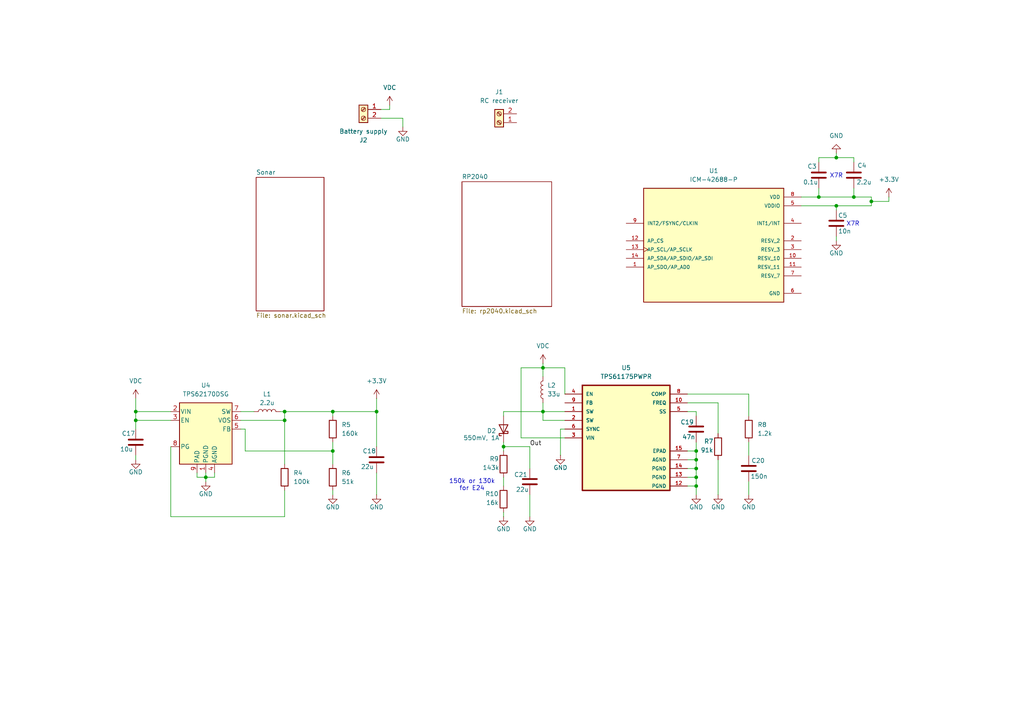
<source format=kicad_sch>
(kicad_sch (version 20250114) (generator "eeschema") (generator_version "9.0")
  (paper "A4")
  (lib_symbols
    (symbol "Connector:Screw_Terminal_01x02" (pin_names (offset 1.016) (hide yes))
      (property "Reference" "J" (at 0 2.54 0))
      (property "Value" "Screw_Terminal_01x02" (at 0 -5.08 0))
      (symbol "Screw_Terminal_01x02_1_1"
        (rectangle (start -1.27 1.27) (end 1.27 -3.81) (stroke (width 0.254)) (fill (type background)))
        (polyline (pts (xy -0.5334 0.3302) (xy 0.3302 -0.508)) (stroke (width 0.1524)))
        (polyline (pts (xy -0.5334 -2.2098) (xy 0.3302 -3.048)) (stroke (width 0.1524)))
        (polyline (pts (xy -0.3556 0.508) (xy 0.508 -0.3302)) (stroke (width 0.1524)))
        (polyline (pts (xy -0.3556 -2.032) (xy 0.508 -2.8702)) (stroke (width 0.1524)))
        (circle (center 0 0) (radius 0.635) (stroke (width 0.1524)))
        (circle (center 0 -2.54) (radius 0.635) (stroke (width 0.1524)))
        (pin passive line (at -5.08 0 0) (length 3.81) (name "Pin_1") (number "1"))
        (pin passive line (at -5.08 -2.54 0) (length 3.81) (name "Pin_2") (number "2"))
      )
    )
    (symbol "Device:C" (pin_numbers (hide yes)) (pin_names (offset 0.254))
      (property "Reference" "C" (at 0.635 2.54 0))
      (property "Value" "C" (at 0.635 -2.54 0))
      (symbol "C_0_1"
        (polyline (pts (xy -2.032 0.762) (xy 2.032 0.762)) (stroke (width 0.508)))
        (polyline (pts (xy -2.032 -0.762) (xy 2.032 -0.762)) (stroke (width 0.508)))
      )
      (symbol "C_1_1"
        (pin passive line (at 0 3.81 270) (length 2.794) (name "~") (number "1"))
        (pin passive line (at 0 -3.81 90) (length 2.794) (name "~") (number "2"))
      )
    )
    (symbol "Device:D_Schottky" (pin_numbers (hide yes)) (pin_names (offset 1.016) (hide yes))
      (property "Reference" "D" (at 0 2.54 0))
      (property "Value" "D_Schottky" (at 0 -2.54 0))
      (symbol "D_Schottky_0_1"
        (polyline (pts (xy -1.905 0.635) (xy -1.905 1.27) (xy -1.27 1.27) (xy -1.27 -1.27) (xy -0.635 -1.27) (xy -0.635 -0.635)) (stroke (width 0.254)))
        (polyline (pts (xy 1.27 1.27) (xy 1.27 -1.27) (xy -1.27 0) (xy 1.27 1.27)) (stroke (width 0.254)))
        (polyline (pts (xy 1.27 0) (xy -1.27 0)))
      )
      (symbol "D_Schottky_1_1"
        (pin passive line (at -3.81 0 0) (length 2.54) (name "K") (number "1"))
        (pin passive line (at 3.81 0 180) (length 2.54) (name "A") (number "2"))
      )
    )
    (symbol "Device:L" (pin_numbers (hide yes)) (pin_names (offset 1.016) (hide yes))
      (property "Reference" "L" (at -1.27 0 90))
      (property "Value" "L" (at 1.905 0 90))
      (symbol "L_0_1"
        (arc (start 0 2.54) (mid 0.6323 1.905) (end 0 1.27))
        (arc (start 0 1.27) (mid 0.6323 0.635) (end 0 0))
        (arc (start 0 0) (mid 0.6323 -0.635) (end 0 -1.27))
        (arc (start 0 -1.27) (mid 0.6323 -1.905) (end 0 -2.54))
      )
      (symbol "L_1_1"
        (pin passive line (at 0 3.81 270) (length 1.27) (name "1") (number "1"))
        (pin passive line (at 0 -3.81 90) (length 1.27) (name "2") (number "2"))
      )
    )
    (symbol "Device:R" (pin_numbers (hide yes)) (pin_names (offset 0))
      (property "Reference" "R" (at 2.032 0 90))
      (property "Value" "R" (at 0 0 90))
      (symbol "R_0_1"
        (rectangle (start -1.016 -2.54) (end 1.016 2.54) (stroke (width 0.254)))
      )
      (symbol "R_1_1"
        (pin passive line (at 0 3.81 270) (length 1.27) (name "~") (number "1"))
        (pin passive line (at 0 -3.81 90) (length 1.27) (name "~") (number "2"))
      )
    )
    (symbol "ICM-42688-P:ICM-42688-P" (pin_names (offset 1.016))
      (property "Reference" "U" (at -20.32 16.002 0))
      (property "Value" "ICM-42688-P" (at -20.32 -20.32 0))
      (symbol "ICM-42688-P_0_0"
        (rectangle (start -20.32 -17.78) (end 20.32 15.24) (stroke (width 0.254)) (fill (type background)))
        (pin bidirectional line (at -25.4 5.08 0) (length 5.08) (name "INT2/FSYNC/CLKIN") (number "9"))
        (pin input line (at -25.4 0 0) (length 5.08) (name "AP_CS") (number "12"))
        (pin input clock (at -25.4 -2.54 0) (length 5.08) (name "AP_SCL/AP_SCLK") (number "13"))
        (pin bidirectional line (at -25.4 -5.08 0) (length 5.08) (name "AP_SDA/AP_SDIO/AP_SDI") (number "14"))
        (pin bidirectional line (at -25.4 -7.62 0) (length 5.08) (name "AP_SDO/AP_AD0") (number "1"))
        (pin power_in line (at 25.4 12.7 180) (length 5.08) (name "VDD") (number "8"))
        (pin power_in line (at 25.4 10.16 180) (length 5.08) (name "VDDIO") (number "5"))
        (pin output line (at 25.4 5.08 180) (length 5.08) (name "INT1/INT") (number "4"))
        (pin passive line (at 25.4 0 180) (length 5.08) (name "RESV_2") (number "2"))
        (pin passive line (at 25.4 -2.54 180) (length 5.08) (name "RESV_3") (number "3"))
        (pin passive line (at 25.4 -5.08 180) (length 5.08) (name "RESV_10") (number "10"))
        (pin passive line (at 25.4 -7.62 180) (length 5.08) (name "RESV_11") (number "11"))
        (pin passive line (at 25.4 -10.16 180) (length 5.08) (name "RESV_7") (number "7"))
        (pin power_in line (at 25.4 -15.24 180) (length 5.08) (name "GND") (number "6"))
      )
    )
    (symbol "Regulator_Switching:TPS62170DSG" (pin_names (offset 0.254))
      (property "Reference" "U" (at -7.62 11.43 0))
      (property "Value" "TPS62170DSG" (at -1.27 11.43 0))
      (symbol "TPS62170DSG_0_1"
        (rectangle (start -7.62 10.16) (end 7.62 -7.62) (stroke (width 0.254)) (fill (type background)))
      )
      (symbol "TPS62170DSG_1_1"
        (pin power_in line (at -10.16 7.62 0) (length 2.54) (name "VIN") (number "2"))
        (pin input line (at -10.16 5.08 0) (length 2.54) (name "EN") (number "3"))
        (pin open_collector line (at -10.16 -2.54 0) (length 2.54) (name "PG") (number "8"))
        (pin power_in line (at -2.54 -10.16 90) (length 2.54) (name "PAD") (number "9"))
        (pin power_in line (at 0 -10.16 90) (length 2.54) (name "PGND") (number "1"))
        (pin power_in line (at 2.54 -10.16 90) (length 2.54) (name "AGND") (number "4"))
        (pin output line (at 10.16 7.62 180) (length 2.54) (name "SW") (number "7"))
        (pin input line (at 10.16 5.08 180) (length 2.54) (name "VOS") (number "6"))
        (pin input line (at 10.16 2.54 180) (length 2.54) (name "FB") (number "5"))
      )
    )
    (symbol "TPS61175PWPR:TPS61175PWPR" (pin_names (offset 1.016))
      (property "Reference" "U" (at -12.7 16.24 0))
      (property "Value" "TPS61175PWPR" (at -12.7 -19.24 0))
      (symbol "TPS61175PWPR_0_0"
        (rectangle (start -12.7 -15.24) (end 12.7 15.24) (stroke (width 0.41)) (fill (type background)))
        (pin input line (at -17.78 12.7 0) (length 5.08) (name "EN") (number "4"))
        (pin input line (at -17.78 10.16 0) (length 5.08) (name "FB") (number "9"))
        (pin input line (at -17.78 7.62 0) (length 5.08) (name "SW") (number "1"))
        (pin input line (at -17.78 5.08 0) (length 5.08) (name "SW") (number "2"))
        (pin input line (at -17.78 2.54 0) (length 5.08) (name "SYNC") (number "6"))
        (pin input line (at -17.78 0 0) (length 5.08) (name "VIN") (number "3"))
        (pin output line (at 17.78 12.7 180) (length 5.08) (name "COMP") (number "8"))
        (pin output line (at 17.78 10.16 180) (length 5.08) (name "FREQ") (number "10"))
        (pin output line (at 17.78 7.62 180) (length 5.08) (name "SS") (number "5"))
        (pin power_in line (at 17.78 -3.81 180) (length 5.08) (name "EPAD") (number "15"))
        (pin power_in line (at 17.78 -6.35 180) (length 5.08) (name "AGND") (number "7"))
        (pin power_in line (at 17.78 -8.89 180) (length 5.08) (name "PGND") (number "14"))
        (pin power_in line (at 17.78 -11.43 180) (length 5.08) (name "PGND") (number "13"))
        (pin power_in line (at 17.78 -13.97 180) (length 5.08) (name "PGND") (number "12"))
      )
    )
    (symbol "power:+3.3V" (power) (pin_numbers (hide yes)) (pin_names (offset 0) (hide yes))
      (property "Value" "+3.3V" (at 0 3.556 0))
      (symbol "+3.3V_0_1"
        (polyline (pts (xy -0.762 1.27) (xy 0 2.54)))
        (polyline (pts (xy 0 2.54) (xy 0.762 1.27)))
        (polyline (pts (xy 0 0) (xy 0 2.54)))
      )
      (symbol "+3.3V_1_1"
        (pin power_in line (at 0 0 90) (length 0) (name "~") (number "1"))
      )
    )
    (symbol "power:GND" (power) (pin_numbers (hide yes)) (pin_names (offset 0) (hide yes))
      (property "Value" "GND" (at 0 -3.81 0))
      (symbol "GND_0_1"
        (polyline (pts (xy 0 0) (xy 0 -1.27) (xy 1.27 -1.27) (xy 0 -2.54) (xy -1.27 -1.27) (xy 0 -1.27)))
      )
      (symbol "GND_1_1"
        (pin power_in line (at 0 0 270) (length 0) (name "~") (number "1"))
      )
    )
    (symbol "power:VDC" (power) (pin_numbers (hide yes)) (pin_names (offset 0) (hide yes))
      (property "Value" "VDC" (at 0 3.556 0))
      (symbol "VDC_0_1"
        (polyline (pts (xy -0.762 1.27) (xy 0 2.54)))
        (polyline (pts (xy 0 2.54) (xy 0.762 1.27)))
        (polyline (pts (xy 0 0) (xy 0 2.54)))
      )
      (symbol "VDC_1_1"
        (pin power_in line (at 0 0 90) (length 0) (name "~") (number "1"))
      )
    )
  )
  (text "150k or 130k\nfor E24" (at 136.906 140.716 0) (effects (font (size 1.27 1.27))))
  (text "X7R" (at 242.57 51.054 0) (effects (font (size 1.27 1.27))))
  (text "X7R" (at 247.396 65.024 0) (effects (font (size 1.27 1.27))))
  (junction (at 59.69 138.43))
  (junction (at 201.93 140.97))
  (junction (at 96.52 119.38))
  (junction (at 157.48 119.38))
  (junction (at 109.22 119.38))
  (junction (at 82.55 119.38))
  (junction (at 82.55 121.92))
  (junction (at 201.93 138.43))
  (junction (at 39.37 121.92))
  (junction (at 242.57 45.72))
  (junction (at 201.93 130.81))
  (junction (at 201.93 135.89))
  (junction (at 201.93 133.35))
  (junction (at 39.37 119.38))
  (junction (at 146.05 129.54))
  (junction (at 247.65 57.15))
  (junction (at 96.52 130.81))
  (junction (at 242.57 59.69))
  (junction (at 157.48 106.68))
  (junction (at 237.49 57.15))
  (junction (at 252.73 58.42))
  (wire (pts (xy 163.83 119.38) (xy 157.48 119.38)))
  (wire (pts (xy 201.93 135.89) (xy 201.93 138.43)))
  (wire (pts (xy 151.13 106.68) (xy 151.13 127)))
  (wire (pts (xy 237.49 57.15) (xy 247.65 57.15)))
  (wire (pts (xy 199.39 133.35) (xy 201.93 133.35)))
  (wire (pts (xy 201.93 133.35) (xy 201.93 135.89)))
  (wire (pts (xy 157.48 106.68) (xy 163.83 106.68)))
  (wire (pts (xy 96.52 128.27) (xy 96.52 130.81)))
  (wire (pts (xy 242.57 45.72) (xy 247.65 45.72)))
  (wire (pts (xy 109.22 119.38) (xy 109.22 129.54)))
  (wire (pts (xy 39.37 132.08) (xy 39.37 133.35)))
  (wire (pts (xy 252.73 58.42) (xy 257.81 58.42)))
  (wire (pts (xy 199.39 116.84) (xy 208.28 116.84)))
  (wire (pts (xy 208.28 116.84) (xy 208.28 125.73)))
  (wire (pts (xy 39.37 119.38) (xy 39.37 115.57)))
  (wire (pts (xy 113.03 31.75) (xy 113.03 30.48)))
  (wire (pts (xy 237.49 54.61) (xy 237.49 57.15)))
  (wire (pts (xy 201.93 138.43) (xy 201.93 140.97)))
  (wire (pts (xy 201.93 119.38) (xy 201.93 120.65)))
  (wire (pts (xy 59.69 138.43) (xy 59.69 139.7)))
  (wire (pts (xy 109.22 119.38) (xy 96.52 119.38)))
  (wire (pts (xy 163.83 127) (xy 151.13 127)))
  (wire (pts (xy 232.41 59.69) (xy 242.57 59.69)))
  (wire (pts (xy 96.52 142.24) (xy 96.52 143.51)))
  (wire (pts (xy 57.15 138.43) (xy 59.69 138.43)))
  (wire (pts (xy 252.73 57.15) (xy 252.73 58.42)))
  (wire (pts (xy 39.37 119.38) (xy 49.53 119.38)))
  (wire (pts (xy 49.53 149.86) (xy 82.55 149.86)))
  (wire (pts (xy 242.57 59.69) (xy 252.73 59.69)))
  (wire (pts (xy 217.17 128.27) (xy 217.17 132.08)))
  (wire (pts (xy 69.85 119.38) (xy 73.66 119.38)))
  (wire (pts (xy 146.05 138.43) (xy 146.05 140.97)))
  (wire (pts (xy 146.05 129.54) (xy 146.05 130.81)))
  (wire (pts (xy 39.37 121.92) (xy 39.37 119.38)))
  (wire (pts (xy 49.53 121.92) (xy 39.37 121.92)))
  (wire (pts (xy 157.48 106.68) (xy 157.48 109.22)))
  (wire (pts (xy 49.53 129.54) (xy 49.53 149.86)))
  (wire (pts (xy 82.55 121.92) (xy 82.55 134.62)))
  (wire (pts (xy 57.15 137.16) (xy 57.15 138.43)))
  (wire (pts (xy 252.73 58.42) (xy 252.73 59.69)))
  (wire (pts (xy 69.85 121.92) (xy 82.55 121.92)))
  (wire (pts (xy 146.05 129.54) (xy 153.67 129.54)))
  (wire (pts (xy 153.67 143.51) (xy 153.67 149.86)))
  (wire (pts (xy 247.65 57.15) (xy 252.73 57.15)))
  (wire (pts (xy 199.39 138.43) (xy 201.93 138.43)))
  (wire (pts (xy 153.67 129.54) (xy 153.67 135.89)))
  (wire (pts (xy 59.69 138.43) (xy 62.23 138.43)))
  (wire (pts (xy 257.81 58.42) (xy 257.81 57.15)))
  (wire (pts (xy 217.17 139.7) (xy 217.17 143.51)))
  (wire (pts (xy 109.22 115.57) (xy 109.22 119.38)))
  (wire (pts (xy 247.65 57.15) (xy 247.65 54.61)))
  (wire (pts (xy 163.83 121.92) (xy 157.48 121.92)))
  (wire (pts (xy 110.49 34.29) (xy 116.84 34.29)))
  (wire (pts (xy 82.55 119.38) (xy 82.55 121.92)))
  (wire (pts (xy 96.52 130.81) (xy 96.52 134.62)))
  (wire (pts (xy 71.12 130.81) (xy 96.52 130.81)))
  (wire (pts (xy 199.39 119.38) (xy 201.93 119.38)))
  (wire (pts (xy 62.23 137.16) (xy 62.23 138.43)))
  (wire (pts (xy 109.22 137.16) (xy 109.22 143.51)))
  (wire (pts (xy 242.57 59.69) (xy 242.57 60.96)))
  (wire (pts (xy 71.12 124.46) (xy 71.12 130.81)))
  (wire (pts (xy 217.17 120.65) (xy 217.17 114.3)))
  (wire (pts (xy 199.39 130.81) (xy 201.93 130.81)))
  (wire (pts (xy 157.48 121.92) (xy 157.48 119.38)))
  (wire (pts (xy 81.28 119.38) (xy 82.55 119.38)))
  (wire (pts (xy 201.93 140.97) (xy 201.93 143.51)))
  (wire (pts (xy 59.69 137.16) (xy 59.69 138.43)))
  (wire (pts (xy 237.49 46.99) (xy 237.49 45.72)))
  (wire (pts (xy 242.57 44.45) (xy 242.57 45.72)))
  (wire (pts (xy 237.49 45.72) (xy 242.57 45.72)))
  (wire (pts (xy 82.55 149.86) (xy 82.55 142.24)))
  (wire (pts (xy 232.41 57.15) (xy 237.49 57.15)))
  (wire (pts (xy 163.83 124.46) (xy 162.56 124.46)))
  (wire (pts (xy 146.05 119.38) (xy 157.48 119.38)))
  (wire (pts (xy 247.65 45.72) (xy 247.65 46.99)))
  (wire (pts (xy 110.49 31.75) (xy 113.03 31.75)))
  (wire (pts (xy 163.83 106.68) (xy 163.83 114.3)))
  (wire (pts (xy 96.52 120.65) (xy 96.52 119.38)))
  (wire (pts (xy 116.84 34.29) (xy 116.84 36.83)))
  (wire (pts (xy 157.48 119.38) (xy 157.48 116.84)))
  (wire (pts (xy 151.13 106.68) (xy 157.48 106.68)))
  (wire (pts (xy 217.17 114.3) (xy 199.39 114.3)))
  (wire (pts (xy 199.39 140.97) (xy 201.93 140.97)))
  (wire (pts (xy 82.55 119.38) (xy 96.52 119.38)))
  (wire (pts (xy 162.56 124.46) (xy 162.56 132.08)))
  (wire (pts (xy 146.05 119.38) (xy 146.05 120.65)))
  (wire (pts (xy 146.05 128.27) (xy 146.05 129.54)))
  (wire (pts (xy 146.05 148.59) (xy 146.05 149.86)))
  (wire (pts (xy 39.37 121.92) (xy 39.37 124.46)))
  (wire (pts (xy 157.48 105.41) (xy 157.48 106.68)))
  (wire (pts (xy 199.39 135.89) (xy 201.93 135.89)))
  (wire (pts (xy 201.93 128.27) (xy 201.93 130.81)))
  (wire (pts (xy 208.28 133.35) (xy 208.28 143.51)))
  (wire (pts (xy 69.85 124.46) (xy 71.12 124.46)))
  (wire (pts (xy 201.93 130.81) (xy 201.93 133.35)))
  (wire (pts (xy 242.57 68.58) (xy 242.57 69.85)))
  (label "Out" (at 153.67 129.54 0))
  (symbol (lib_id "power:GND") (at 153.67 149.86 0) (unit 1)
    (property "Reference" "#PWR037" (effects (hide yes)))
    (property "Value" "GND" (at 153.67 153.416 0))
    (property "Description" "Power symbol creates a global label with name \"GND\" , ground" (effects (hide yes)))
  )
  (symbol (lib_id "Device:C") (at 153.67 139.7 0) (unit 1)
    (property "Reference" "C21" (at 149.098 137.668 0) (effects (justify left)))
    (property "Value" "22u" (at 149.606 141.986 0) (effects (justify left)))
    (property "Description" "Unpolarized capacitor" (effects (hide yes)))
  )
  (symbol (lib_id "power:GND") (at 146.05 149.86 0) (unit 1)
    (property "Reference" "#PWR036" (effects (hide yes)))
    (property "Value" "GND" (at 146.05 153.416 0))
    (property "Description" "Power symbol creates a global label with name \"GND\" , ground" (effects (hide yes)))
  )
  (symbol (lib_id "Device:R") (at 208.28 129.54 0) (unit 1)
    (property "Reference" "R7" (at 204.216 128.016 0) (effects (justify left)))
    (property "Value" "91k" (at 203.2 130.556 0) (effects (justify left)))
    (property "Description" "Resistor" (effects (hide yes)))
  )
  (symbol (lib_id "Device:C") (at 242.57 64.77 0) (unit 1)
    (property "Reference" "C5" (at 243.078 62.484 0) (effects (justify left)))
    (property "Value" "10n" (at 243.078 67.056 0) (effects (justify left)))
    (property "Description" "Unpolarized capacitor" (effects (hide yes)))
  )
  (symbol (lib_id "Device:R") (at 82.55 138.43 180) (unit 1)
    (property "Reference" "R4" (at 85.09 137.1599 0) (effects (justify right)))
    (property "Value" "100k" (at 85.09 139.6999 0) (effects (justify right)))
    (property "Description" "Resistor" (effects (hide yes)))
  )
  (symbol (lib_id "Device:C") (at 247.65 50.8 0) (unit 1)
    (property "Reference" "C4" (at 248.666 48.006 0) (effects (justify left)))
    (property "Value" "2.2u" (at 248.412 52.832 0) (effects (justify left)))
    (property "Description" "Unpolarized capacitor" (effects (hide yes)))
  )
  (symbol (lib_id "Device:R") (at 146.05 144.78 0) (unit 1)
    (property "Reference" "R10" (at 140.7178 143.2318 0) (effects (justify left)))
    (property "Value" "16k" (at 140.97 145.796 0) (effects (justify left)))
    (property "Description" "Resistor" (effects (hide yes)))
  )
  (symbol (lib_id "Regulator_Switching:TPS62170DSG") (at 59.69 127 0) (unit 1)
    (property "Reference" "U4" (at 59.69 111.76 0))
    (property "Value" "TPS62170DSG" (at 59.69 114.3 0))
    (property "Footprint" "Package_SON:WSON-8-1EP_2x2mm_P0.5mm_EP0.9x1.6mm_ThermalVias" (effects (hide yes)))
    (property "Datasheet" "https://docs.rs-online.com/6cf3/A700000008843933.pdf" (effects (hide yes)))
    (property "Description" "500mA Step-Down Converter with DCS-Control, adjustable output, 3-17V input voltage, WSON-8" (effects (hide yes)))
  )
  (symbol (lib_id "Device:L") (at 77.47 119.38 90) (unit 1)
    (property "Reference" "L1" (at 77.47 114.3 90))
    (property "Value" "2.2u" (at 77.47 116.84 90))
    (property "Description" "Inductor" (effects (hide yes)))
  )
  (symbol (lib_id "power:GND") (at 116.84 36.83 0) (unit 1)
    (property "Reference" "#PWR025" (effects (hide yes)))
    (property "Value" "GND" (at 116.84 40.386 0))
    (property "Description" "Power symbol creates a global label with name \"GND\" , ground" (effects (hide yes)))
  )
  (symbol (lib_id "Device:C") (at 201.93 124.46 0) (unit 1)
    (property "Reference" "C19" (at 197.358 122.428 0) (effects (justify left)))
    (property "Value" "47n" (at 197.866 126.746 0) (effects (justify left)))
    (property "Description" "Unpolarized capacitor" (effects (hide yes)))
  )
  (symbol (lib_id "power:GND") (at 217.17 143.51 0) (unit 1)
    (property "Reference" "#PWR034" (effects (hide yes)))
    (property "Value" "GND" (at 217.17 147.066 0))
    (property "Description" "Power symbol creates a global label with name \"GND\" , ground" (effects (hide yes)))
  )
  (symbol (lib_id "Device:R") (at 146.05 134.62 0) (unit 1)
    (property "Reference" "R9" (at 141.986 133.096 0) (effects (justify left)))
    (property "Value" "143k" (at 139.954 135.636 0) (effects (justify left)))
    (property "Description" "Resistor" (effects (hide yes)))
  )
  (symbol (lib_id "TPS61175PWPR:TPS61175PWPR") (at 181.61 127 0) (unit 1)
    (property "Reference" "U5" (at 181.61 106.68 0))
    (property "Value" "TPS61175PWPR" (at 181.61 109.22 0))
    (property "Footprint" "TPS61175PWPR:IC_TPS27S100BPWPR" (effects (hide yes)))
    (property "MF" "Texas Instruments" (effects (hide yes)))
    (property "Description_1" "3-A ,40V High Voltage Boost Converter with Soft-start and Programmable Switching Frequency" (effects (hide yes)))
    (property "Package" "HTSSOP-14 Texas Instruments" (effects (hide yes)))
    (property "Price" "None" (effects (hide yes)))
    (property "SnapEDA_Link" "https://www.snapeda.com/parts/TPS61175PWPR/Texas+Instruments/view-part/?ref=snap" (effects (hide yes)))
    (property "MP" "TPS61175PWPR" (effects (hide yes)))
    (property "Availability" "In Stock" (effects (hide yes)))
    (property "Check_prices" "https://www.snapeda.com/parts/TPS61175PWPR/Texas+Instruments/view-part/?ref=eda" (effects (hide yes)))
  )
  (symbol (lib_id "Device:C") (at 217.17 135.89 0) (unit 1)
    (property "Reference" "C20" (at 217.932 133.604 0) (effects (justify left)))
    (property "Value" "150n" (at 217.678 138.176 0) (effects (justify left)))
    (property "Description" "Unpolarized capacitor" (effects (hide yes)))
  )
  (symbol (lib_id "power:GND") (at 208.28 143.51 0) (unit 1)
    (property "Reference" "#PWR033" (effects (hide yes)))
    (property "Value" "GND" (at 208.28 147.066 0))
    (property "Description" "Power symbol creates a global label with name \"GND\" , ground" (effects (hide yes)))
  )
  (symbol (lib_id "power:GND") (at 162.56 132.08 0) (unit 1)
    (property "Reference" "#PWR038" (effects (hide yes)))
    (property "Value" "GND" (at 162.56 135.636 0))
    (property "Description" "Power symbol creates a global label with name \"GND\" , ground" (effects (hide yes)))
  )
  (symbol (lib_id "power:+3.3V") (at 109.22 115.57 0) (unit 1)
    (property "Reference" "#PWR031" (effects (hide yes)))
    (property "Value" "+3.3V" (at 109.22 110.49 0))
    (property "Description" "Power symbol creates a global label with name \"+3.3V\"" (effects (hide yes)))
  )
  (symbol (lib_id "power:VDC") (at 113.03 30.48 0) (unit 1)
    (property "Reference" "#PWR026" (effects (hide yes)))
    (property "Value" "VDC" (at 113.03 25.4 0))
    (property "Description" "Power symbol creates a global label with name \"VDC\"" (effects (hide yes)))
  )
  (symbol (lib_id "Device:R") (at 96.52 124.46 180) (unit 1)
    (property "Reference" "R5" (at 99.06 123.1899 0) (effects (justify right)))
    (property "Value" "160k" (at 99.06 125.7299 0) (effects (justify right)))
    (property "Description" "Resistor" (effects (hide yes)))
  )
  (symbol (lib_id "ICM-42688-P:ICM-42688-P") (at 207.01 69.85 0) (unit 1)
    (property "Reference" "U1" (at 207.01 49.53 0))
    (property "Value" "ICM-42688-P" (at 207.01 52.07 0))
    (property "Footprint" "ICM-42688-P:PQFN50P300X250X97-14N" (effects (hide yes)))
    (property "Datasheet" "https://invensense.tdk.com/wp-content/uploads/2020/04/ds-000347_icm-42688-p-datasheet.pdf" (effects (hide yes)))
    (property "MF" "TDK InvenSense" (effects (hide yes)))
    (property "MAXIMUM_PACKAGE_HEIGHT" "0.97mm" (effects (hide yes)))
    (property "Package" "LGA-14 TDK InvenSense" (effects (hide yes)))
    (property "Price" "None" (effects (hide yes)))
    (property "Check_prices" "https://www.snapeda.com/parts/ICM-42688-P/TDK/view-part/?ref=eda" (effects (hide yes)))
    (property "STANDARD" "IPC-7351B" (effects (hide yes)))
    (property "PARTREV" "1.2" (effects (hide yes)))
    (property "SnapEDA_Link" "https://www.snapeda.com/parts/ICM-42688-P/TDK/view-part/?ref=snap" (effects (hide yes)))
    (property "MP" "ICM-42688-P" (effects (hide yes)))
    (property "Description_1" "Accelerometer, Gyroscope, 6 Axis Sensor - Output" (effects (hide yes)))
    (property "Availability" "In Stock" (effects (hide yes)))
    (property "MANUFACTURER" "TDK InvenSense" (effects (hide yes)))
  )
  (symbol (lib_id "power:GND") (at 242.57 69.85 0) (unit 1)
    (property "Reference" "#PWR010" (effects (hide yes)))
    (property "Value" "GND" (at 242.57 73.406 0))
    (property "Description" "Power symbol creates a global label with name \"GND\" , ground" (effects (hide yes)))
  )
  (symbol (lib_id "power:GND") (at 39.37 133.35 0) (unit 1)
    (property "Reference" "#PWR024" (effects (hide yes)))
    (property "Value" "GND" (at 39.37 136.906 0))
    (property "Description" "Power symbol creates a global label with name \"GND\" , ground" (effects (hide yes)))
  )
  (symbol (lib_id "power:VDC") (at 39.37 115.57 0) (unit 1)
    (property "Reference" "#PWR027" (effects (hide yes)))
    (property "Value" "VDC" (at 39.37 110.49 0))
    (property "Description" "Power symbol creates a global label with name \"VDC\"" (effects (hide yes)))
  )
  (symbol (lib_id "power:GND") (at 201.93 143.51 0) (unit 1)
    (property "Reference" "#PWR032" (effects (hide yes)))
    (property "Value" "GND" (at 201.93 147.066 0))
    (property "Description" "Power symbol creates a global label with name \"GND\" , ground" (effects (hide yes)))
  )
  (symbol (lib_id "power:GND") (at 96.52 143.51 0) (unit 1)
    (property "Reference" "#PWR029" (effects (hide yes)))
    (property "Value" "GND" (at 96.52 147.066 0))
    (property "Description" "Power symbol creates a global label with name \"GND\" , ground" (effects (hide yes)))
  )
  (symbol (lib_id "Device:D_Schottky") (at 146.05 124.46 90) (unit 1)
    (property "Reference" "D2" (at 141.224 124.968 90) (effects (justify right)))
    (property "Value" "550mV, 1A" (at 134.366 127 90) (effects (justify right)))
    (property "Description" "Schottky diode" (effects (hide yes)))
  )
  (symbol (lib_id "Device:L") (at 157.48 113.03 180) (unit 1)
    (property "Reference" "L2" (at 158.75 111.7599 0) (effects (justify right)))
    (property "Value" "33u" (at 158.75 114.2999 0) (effects (justify right)))
    (property "Description" "Inductor" (effects (hide yes)))
  )
  (symbol (lib_id "Device:C") (at 109.22 133.35 0) (unit 1)
    (property "Reference" "C18" (at 105.156 130.81 0) (effects (justify left)))
    (property "Value" "22u" (at 104.648 135.382 0) (effects (justify left)))
    (property "Description" "Unpolarized capacitor" (effects (hide yes)))
  )
  (symbol (lib_id "Device:R") (at 96.52 138.43 180) (unit 1)
    (property "Reference" "R6" (at 99.06 137.1599 0) (effects (justify right)))
    (property "Value" "51k" (at 99.06 139.6999 0) (effects (justify right)))
    (property "Description" "Resistor" (effects (hide yes)))
  )
  (symbol (lib_id "Device:C") (at 237.49 50.8 0) (unit 1)
    (property "Reference" "C3" (at 234.188 48.26 0) (effects (justify left)))
    (property "Value" "0.1u" (at 232.918 52.832 0) (effects (justify left)))
    (property "Description" "Unpolarized capacitor" (effects (hide yes)))
  )
  (symbol (lib_id "power:GND") (at 59.69 139.7 0) (unit 1)
    (property "Reference" "#PWR028" (effects (hide yes)))
    (property "Value" "GND" (at 59.69 143.256 0))
    (property "Description" "Power symbol creates a global label with name \"GND\" , ground" (effects (hide yes)))
  )
  (symbol (lib_id "Device:R") (at 217.17 124.46 0) (unit 1)
    (property "Reference" "R8" (at 219.71 123.1899 0) (effects (justify left)))
    (property "Value" "1.2k" (at 219.71 125.7299 0) (effects (justify left)))
    (property "Description" "Resistor" (effects (hide yes)))
  )
  (symbol (lib_id "power:+3.3V") (at 257.81 57.15 0) (unit 1)
    (property "Reference" "#PWR011" (effects (hide yes)))
    (property "Value" "+3.3V" (at 257.81 52.07 0))
    (property "Description" "Power symbol creates a global label with name \"+3.3V\"" (effects (hide yes)))
  )
  (symbol (lib_id "Connector:Screw_Terminal_01x02") (at 105.41 31.75 0) (mirror y) (unit 1)
    (property "Reference" "J2" (at 105.41 40.64 0))
    (property "Value" "Battery supply" (at 105.41 38.1 0))
    (property "Description" "Generic screw terminal, single row, 01x02, script generated (kicad-library-utils/schlib/autogen/connector/)" (effects (hide yes)))
  )
  (symbol (lib_id "power:GND") (at 242.57 44.45 180) (unit 1)
    (property "Reference" "#PWR09" (effects (hide yes)))
    (property "Value" "GND" (at 242.57 39.37 0))
    (property "Description" "Power symbol creates a global label with name \"GND\" , ground" (effects (hide yes)))
  )
  (symbol (lib_id "power:VDC") (at 157.48 105.41 0) (unit 1)
    (property "Reference" "#PWR035" (effects (hide yes)))
    (property "Value" "VDC" (at 157.48 100.33 0))
    (property "Description" "Power symbol creates a global label with name \"VDC\"" (effects (hide yes)))
  )
  (symbol (lib_id "Device:C") (at 39.37 128.27 0) (unit 1)
    (property "Reference" "C17" (at 35.306 125.73 0) (effects (justify left)))
    (property "Value" "10u" (at 34.798 130.302 0) (effects (justify left)))
    (property "Description" "Unpolarized capacitor" (effects (hide yes)))
  )
  (symbol (lib_id "Connector:Screw_Terminal_01x02") (at 144.78 35.56 180) (unit 1)
    (property "Reference" "J1" (at 144.78 26.67 0))
    (property "Value" "RC receiver" (at 144.78 29.21 0))
    (property "Description" "Generic screw terminal, single row, 01x02, script generated (kicad-library-utils/schlib/autogen/connector/)" (effects (hide yes)))
  )
  (symbol (lib_id "power:GND") (at 109.22 143.51 0) (unit 1)
    (property "Reference" "#PWR030" (effects (hide yes)))
    (property "Value" "GND" (at 109.22 147.066 0))
    (property "Description" "Power symbol creates a global label with name \"GND\" , ground" (effects (hide yes)))
  )
  (sheet (at 133.985 52.705) (size 26.035 36.195) (stroke (width 0.1524))
    (property "Sheetname" "RP2040" (at 133.985 51.9934 0) (effects (justify left bottom)))
    (property "Sheetfile" "rp2040.kicad_sch" (at 133.985 89.4846 0) (effects (justify left top)))
  )
  (sheet (at 74.295 51.435) (size 19.685 38.735) (stroke (width 0.1524))
    (property "Sheetname" "Sonar" (at 74.295 50.7234 0) (effects (justify left bottom)))
    (property "Sheetfile" "sonar.kicad_sch" (at 74.295 90.7546 0) (effects (justify left top)))
  )
)
</source>
